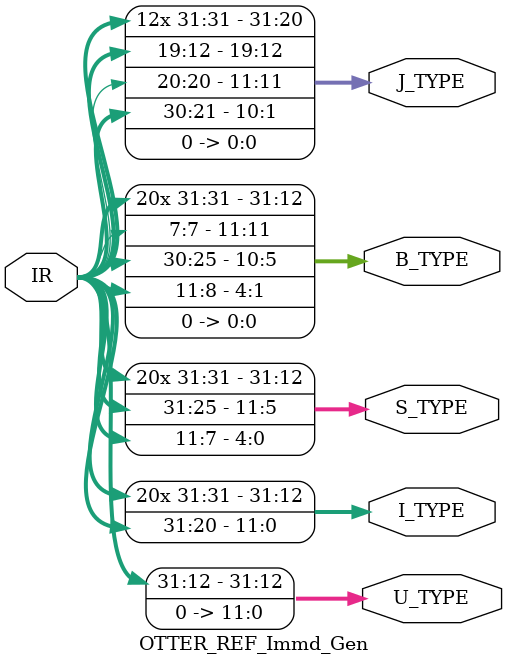
<source format=sv>
`timescale 1ns / 1ps

module OTTER_REF_Immd_Gen (
    input  [31:0] IR,
    output [31:0] U_TYPE,
    output [31:0] I_TYPE,
    output [31:0] S_TYPE,
    output [31:0] B_TYPE,
    output [31:0] J_TYPE
);
    assign U_TYPE = {IR[31:12], 12'b0};
    assign I_TYPE = {{21{IR[31]}}, IR[30:20]};
    assign S_TYPE = {{21{IR[31]}}, IR[30:25], IR[11:7]};
    assign B_TYPE = {{20{IR[31]}}, IR[7], IR[30:25], IR[11:8], 1'b0};
    assign J_TYPE = {{12{IR[31]}}, IR[19:12], IR[20], IR[30:21], 1'b0};
endmodule

// End of File //

</source>
